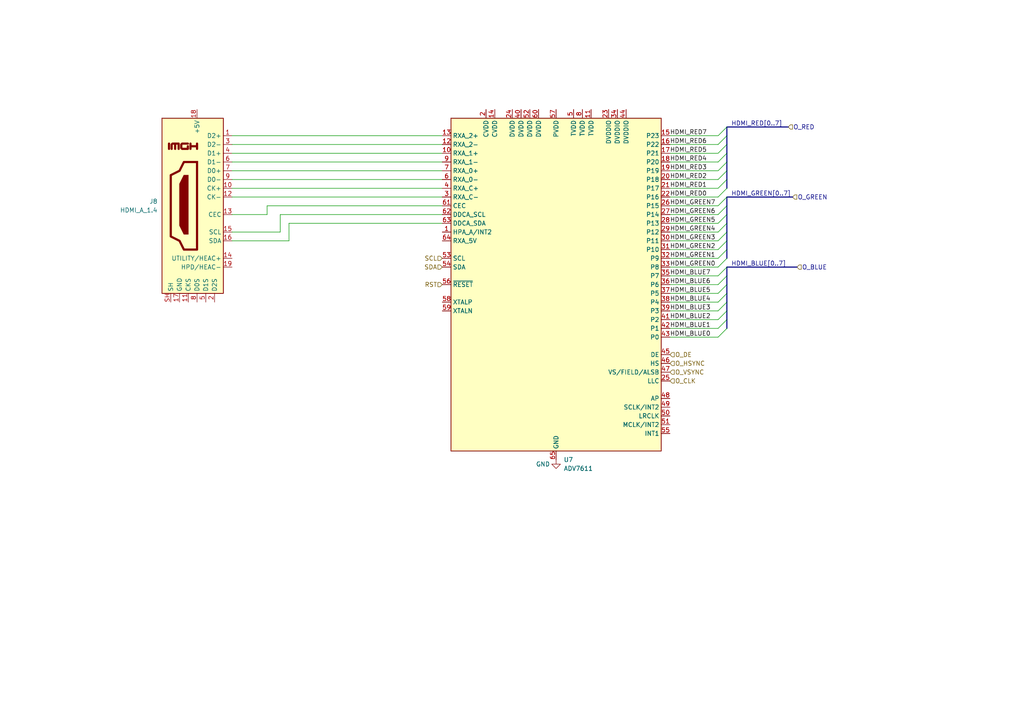
<source format=kicad_sch>
(kicad_sch (version 20230121) (generator eeschema)
  (paper "A4")
  (lib_symbols
    (symbol "Connector:HDMI_A_1.4"
      (property "Reference" "J" (at -6.35 26.67 0))
      (property "Value" "HDMI_A_1.4" (at 10.16 26.67 0))
      (symbol "HDMI_A_1.4_0_0"
        (polyline (pts (xy 8.128 16.51) (xy 8.128 18.034)) (stroke (width 0.635)))
        (polyline (pts (xy 0 16.51) (xy 0 18.034) (xy 0 17.272) (xy 1.905 17.272) (xy 1.905 18.034) (xy 1.905 16.51)) (stroke (width 0.635)))
        (polyline (pts (xy 2.667 18.034) (xy 4.318 18.034) (xy 4.572 17.78) (xy 4.572 16.764) (xy 4.318 16.51) (xy 2.667 16.51) (xy 2.667 17.272)) (stroke (width 0.635)))
      )
      (symbol "HDMI_A_1.4_0_1"
        (rectangle (start -7.62 25.4) (end 10.16 -25.4) (stroke (width 0.254)) (fill (type background)))
        (polyline (pts (xy 2.54 8.89) (xy 3.81 8.89) (xy 5.08 6.35) (xy 5.08 -5.715) (xy 3.81 -8.255) (xy 2.54 -8.255) (xy 2.54 8.89)) (fill (type outline)))
        (polyline (pts (xy 5.334 16.51) (xy 5.334 18.034) (xy 6.35 18.034) (xy 6.35 16.51) (xy 6.35 18.034) (xy 7.112 18.034) (xy 7.366 17.78) (xy 7.366 16.51)) (stroke (width 0.635)))
        (polyline (pts (xy 0 12.7) (xy 0 -12.7) (xy 3.81 -12.7) (xy 5.08 -10.16) (xy 7.62 -8.89) (xy 7.62 8.89) (xy 5.08 10.16) (xy 3.81 12.7) (xy 0 12.7)) (stroke (width 0.635)))
      )
      (symbol "HDMI_A_1.4_1_1"
        (pin passive line (at -10.16 20.32 0) (length 2.54) (name "D2+") (number "1"))
        (pin passive line (at -10.16 5.08 0) (length 2.54) (name "CK+") (number "10"))
        (pin power_in line (at 2.54 -27.94 90) (length 2.54) (name "CKS") (number "11"))
        (pin passive line (at -10.16 2.54 0) (length 2.54) (name "CK-") (number "12"))
        (pin bidirectional line (at -10.16 -2.54 0) (length 2.54) (name "CEC") (number "13"))
        (pin passive line (at -10.16 -15.24 0) (length 2.54) (name "UTILITY/HEAC+") (number "14"))
        (pin passive line (at -10.16 -7.62 0) (length 2.54) (name "SCL") (number "15"))
        (pin bidirectional line (at -10.16 -10.16 0) (length 2.54) (name "SDA") (number "16"))
        (pin power_in line (at 5.08 -27.94 90) (length 2.54) (name "GND") (number "17"))
        (pin power_in line (at 0 27.94 270) (length 2.54) (name "+5V") (number "18"))
        (pin passive line (at -10.16 -17.78 0) (length 2.54) (name "HPD/HEAC-") (number "19"))
        (pin power_in line (at -5.08 -27.94 90) (length 2.54) (name "D2S") (number "2"))
        (pin passive line (at -10.16 17.78 0) (length 2.54) (name "D2-") (number "3"))
        (pin passive line (at -10.16 15.24 0) (length 2.54) (name "D1+") (number "4"))
        (pin power_in line (at -2.54 -27.94 90) (length 2.54) (name "D1S") (number "5"))
        (pin passive line (at -10.16 12.7 0) (length 2.54) (name "D1-") (number "6"))
        (pin passive line (at -10.16 10.16 0) (length 2.54) (name "D0+") (number "7"))
        (pin power_in line (at 0 -27.94 90) (length 2.54) (name "D0S") (number "8"))
        (pin passive line (at -10.16 7.62 0) (length 2.54) (name "D0-") (number "9"))
        (pin passive line (at 7.62 -27.94 90) (length 2.54) (name "SH") (number "SH"))
      )
    )
    (symbol "Interface_HDMI:ADV7611"
      (property "Reference" "U" (at -30.48 49.53 0))
      (property "Value" "ADV7611" (at 30.48 49.53 0))
      (symbol "ADV7611_0_1"
        (rectangle (start -30.48 48.26) (end 30.48 -48.26) (stroke (width 0.254)) (fill (type background)))
      )
      (symbol "ADV7611_1_1"
        (pin bidirectional line (at -33.02 15.24 0) (length 2.54) (name "HPA_A/INT2") (number "1"))
        (pin input line (at -33.02 38.1 0) (length 2.54) (name "RXA_1+") (number "10"))
        (pin power_in line (at 10.16 50.8 270) (length 2.54) (name "TVDD") (number "11"))
        (pin input line (at -33.02 40.64 0) (length 2.54) (name "RXA_2-") (number "12"))
        (pin input line (at -33.02 43.18 0) (length 2.54) (name "RXA_2+") (number "13"))
        (pin power_in line (at -17.78 50.8 270) (length 2.54) (name "CVDD") (number "14"))
        (pin output line (at 33.02 43.18 180) (length 2.54) (name "P23") (number "15"))
        (pin output line (at 33.02 40.64 180) (length 2.54) (name "P22") (number "16"))
        (pin output line (at 33.02 38.1 180) (length 2.54) (name "P21") (number "17"))
        (pin output line (at 33.02 35.56 180) (length 2.54) (name "P20") (number "18"))
        (pin output line (at 33.02 33.02 180) (length 2.54) (name "P19") (number "19"))
        (pin power_in line (at -20.32 50.8 270) (length 2.54) (name "CVDD") (number "2"))
        (pin output line (at 33.02 30.48 180) (length 2.54) (name "P18") (number "20"))
        (pin output line (at 33.02 27.94 180) (length 2.54) (name "P17") (number "21"))
        (pin output line (at 33.02 25.4 180) (length 2.54) (name "P16") (number "22"))
        (pin power_in line (at 15.24 50.8 270) (length 2.54) (name "DVDDIO") (number "23"))
        (pin power_in line (at -12.7 50.8 270) (length 2.54) (name "DVDD") (number "24"))
        (pin output line (at 33.02 -27.94 180) (length 2.54) (name "LLC") (number "25"))
        (pin output line (at 33.02 22.86 180) (length 2.54) (name "P15") (number "26"))
        (pin output line (at 33.02 20.32 180) (length 2.54) (name "P14") (number "27"))
        (pin output line (at 33.02 17.78 180) (length 2.54) (name "P13") (number "28"))
        (pin output line (at 33.02 15.24 180) (length 2.54) (name "P12") (number "29"))
        (pin input line (at -33.02 25.4 0) (length 2.54) (name "RXA_C-") (number "3"))
        (pin output line (at 33.02 12.7 180) (length 2.54) (name "P11") (number "30"))
        (pin output line (at 33.02 10.16 180) (length 2.54) (name "P10") (number "31"))
        (pin output line (at 33.02 7.62 180) (length 2.54) (name "P9") (number "32"))
        (pin output line (at 33.02 5.08 180) (length 2.54) (name "P8") (number "33"))
        (pin power_in line (at 17.78 50.8 270) (length 2.54) (name "DVDDIO") (number "34"))
        (pin output line (at 33.02 2.54 180) (length 2.54) (name "P7") (number "35"))
        (pin output line (at 33.02 0 180) (length 2.54) (name "P6") (number "36"))
        (pin output line (at 33.02 -2.54 180) (length 2.54) (name "P5") (number "37"))
        (pin output line (at 33.02 -5.08 180) (length 2.54) (name "P4") (number "38"))
        (pin output line (at 33.02 -7.62 180) (length 2.54) (name "P3") (number "39"))
        (pin input line (at -33.02 27.94 0) (length 2.54) (name "RXA_C+") (number "4"))
        (pin power_in line (at -10.16 50.8 270) (length 2.54) (name "DVDD") (number "40"))
        (pin output line (at 33.02 -10.16 180) (length 2.54) (name "P2") (number "41"))
        (pin output line (at 33.02 -12.7 180) (length 2.54) (name "P1") (number "42"))
        (pin output line (at 33.02 -15.24 180) (length 2.54) (name "P0") (number "43"))
        (pin power_in line (at 20.32 50.8 270) (length 2.54) (name "DVDDIO") (number "44"))
        (pin output line (at 33.02 -20.32 180) (length 2.54) (name "DE") (number "45"))
        (pin output line (at 33.02 -22.86 180) (length 2.54) (name "HS") (number "46"))
        (pin bidirectional line (at 33.02 -25.4 180) (length 2.54) (name "VS/FIELD/ALSB") (number "47"))
        (pin output line (at 33.02 -33.02 180) (length 2.54) (name "AP") (number "48"))
        (pin output line (at 33.02 -35.56 180) (length 2.54) (name "SCLK/INT2") (number "49"))
        (pin power_in line (at 5.08 50.8 270) (length 2.54) (name "TVDD") (number "5"))
        (pin output line (at 33.02 -38.1 180) (length 2.54) (name "LRCLK") (number "50"))
        (pin output line (at 33.02 -40.64 180) (length 2.54) (name "MCLK/INT2") (number "51"))
        (pin power_in line (at -7.62 50.8 270) (length 2.54) (name "DVDD") (number "52"))
        (pin input line (at -33.02 7.62 0) (length 2.54) (name "SCL") (number "53"))
        (pin bidirectional line (at -33.02 5.08 0) (length 2.54) (name "SDA") (number "54"))
        (pin output line (at 33.02 -43.18 180) (length 2.54) (name "INT1") (number "55"))
        (pin input line (at -33.02 0 0) (length 2.54) (name "~{RESET}") (number "56"))
        (pin power_in line (at 0 50.8 270) (length 2.54) (name "PVDD") (number "57"))
        (pin input line (at -33.02 -5.08 0) (length 2.54) (name "XTALP") (number "58"))
        (pin input line (at -33.02 -7.62 0) (length 2.54) (name "XTALN") (number "59"))
        (pin input line (at -33.02 30.48 0) (length 2.54) (name "RXA_0-") (number "6"))
        (pin power_in line (at -5.08 50.8 270) (length 2.54) (name "DVDD") (number "60"))
        (pin bidirectional line (at -33.02 22.86 0) (length 2.54) (name "CEC") (number "61"))
        (pin input line (at -33.02 20.32 0) (length 2.54) (name "DDCA_SCL") (number "62"))
        (pin bidirectional line (at -33.02 17.78 0) (length 2.54) (name "DDCA_SDA") (number "63"))
        (pin input line (at -33.02 12.7 0) (length 2.54) (name "RXA_5V") (number "64"))
        (pin power_in line (at 0 -50.8 90) (length 2.54) (name "GND") (number "65"))
        (pin input line (at -33.02 33.02 0) (length 2.54) (name "RXA_0+") (number "7"))
        (pin power_in line (at 7.62 50.8 270) (length 2.54) (name "TVDD") (number "8"))
        (pin input line (at -33.02 35.56 0) (length 2.54) (name "RXA_1-") (number "9"))
      )
    )
    (symbol "power:GND" (power) (pin_names (offset 0))
      (property "Value" "GND" (at 0 -3.81 0))
      (symbol "GND_0_1"
        (polyline (pts (xy 0 0) (xy 0 -1.27) (xy 1.27 -1.27) (xy 0 -2.54) (xy -1.27 -1.27) (xy 0 -1.27)))
      )
      (symbol "GND_1_1"
        (pin power_in line (at 0 0 270) (length 0) hide (name "GND") (number "1"))
      )
    )
  )
  (bus_entry (at 210.82 92.71) (size -2.54 2.54))
  (bus_entry (at 210.82 39.37) (size -2.54 2.54))
  (bus_entry (at 210.82 54.61) (size -2.54 2.54))
  (bus_entry (at 210.82 87.63) (size -2.54 2.54))
  (bus_entry (at 210.82 46.99) (size -2.54 2.54))
  (bus_entry (at 210.82 41.91) (size -2.54 2.54))
  (bus_entry (at 210.82 52.07) (size -2.54 2.54))
  (bus_entry (at 210.82 57.15) (size -2.54 2.54))
  (bus_entry (at 210.82 62.23) (size -2.54 2.54))
  (bus_entry (at 210.82 49.53) (size -2.54 2.54))
  (bus_entry (at 210.82 67.31) (size -2.54 2.54))
  (bus_entry (at 210.82 77.47) (size -2.54 2.54))
  (bus_entry (at 210.82 90.17) (size -2.54 2.54))
  (bus_entry (at 210.82 69.85) (size -2.54 2.54))
  (bus_entry (at 210.82 85.09) (size -2.54 2.54))
  (bus_entry (at 210.82 44.45) (size -2.54 2.54))
  (bus_entry (at 210.82 95.25) (size -2.54 2.54))
  (bus_entry (at 210.82 80.01) (size -2.54 2.54))
  (bus_entry (at 210.82 82.55) (size -2.54 2.54))
  (bus_entry (at 210.82 72.39) (size -2.54 2.54))
  (bus_entry (at 210.82 36.83) (size -2.54 2.54))
  (bus_entry (at 210.82 59.69) (size -2.54 2.54))
  (bus_entry (at 210.82 64.77) (size -2.54 2.54))
  (bus_entry (at 210.82 74.93) (size -2.54 2.54))
  (wire (pts (xy 194.31 69.85) (xy 208.28 69.85)))
  (bus (pts (xy 210.82 59.69) (xy 210.82 62.23)))
  (wire (pts (xy 67.31 52.07) (xy 128.27 52.07)))
  (wire (pts (xy 194.31 92.71) (xy 208.28 92.71)))
  (wire (pts (xy 67.31 46.99) (xy 128.27 46.99)))
  (wire (pts (xy 194.31 80.01) (xy 208.28 80.01)))
  (bus (pts (xy 210.82 36.83) (xy 228.6 36.83)))
  (wire (pts (xy 194.31 54.61) (xy 208.28 54.61)))
  (bus (pts (xy 210.82 92.71) (xy 210.82 95.25)))
  (bus (pts (xy 210.82 64.77) (xy 210.82 67.31)))
  (bus (pts (xy 210.82 57.15) (xy 210.82 59.69)))
  (wire (pts (xy 194.31 95.25) (xy 208.28 95.25)))
  (wire (pts (xy 77.47 59.69) (xy 128.27 59.69)))
  (wire (pts (xy 194.31 97.79) (xy 208.28 97.79)))
  (wire (pts (xy 83.82 69.85) (xy 83.82 64.77)))
  (wire (pts (xy 67.31 57.15) (xy 128.27 57.15)))
  (wire (pts (xy 194.31 57.15) (xy 208.28 57.15)))
  (bus (pts (xy 210.82 82.55) (xy 210.82 85.09)))
  (wire (pts (xy 83.82 64.77) (xy 128.27 64.77)))
  (wire (pts (xy 194.31 67.31) (xy 208.28 67.31)))
  (wire (pts (xy 81.28 67.31) (xy 81.28 62.23)))
  (bus (pts (xy 210.82 62.23) (xy 210.82 64.77)))
  (bus (pts (xy 210.82 44.45) (xy 210.82 46.99)))
  (bus (pts (xy 210.82 90.17) (xy 210.82 92.71)))
  (bus (pts (xy 210.82 72.39) (xy 210.82 74.93)))
  (wire (pts (xy 194.31 77.47) (xy 208.28 77.47)))
  (wire (pts (xy 194.31 49.53) (xy 208.28 49.53)))
  (bus (pts (xy 210.82 36.83) (xy 210.82 39.37)))
  (wire (pts (xy 194.31 64.77) (xy 208.28 64.77)))
  (bus (pts (xy 210.82 80.01) (xy 210.82 82.55)))
  (wire (pts (xy 194.31 82.55) (xy 208.28 82.55)))
  (wire (pts (xy 194.31 87.63) (xy 208.28 87.63)))
  (wire (pts (xy 67.31 69.85) (xy 83.82 69.85)))
  (wire (pts (xy 194.31 90.17) (xy 208.28 90.17)))
  (wire (pts (xy 67.31 44.45) (xy 128.27 44.45)))
  (wire (pts (xy 194.31 85.09) (xy 208.28 85.09)))
  (bus (pts (xy 231.14 77.47) (xy 210.82 77.47)))
  (wire (pts (xy 67.31 54.61) (xy 128.27 54.61)))
  (wire (pts (xy 194.31 41.91) (xy 208.28 41.91)))
  (bus (pts (xy 210.82 67.31) (xy 210.82 69.85)))
  (wire (pts (xy 67.31 67.31) (xy 81.28 67.31)))
  (bus (pts (xy 210.82 69.85) (xy 210.82 72.39)))
  (wire (pts (xy 194.31 46.99) (xy 208.28 46.99)))
  (wire (pts (xy 194.31 72.39) (xy 208.28 72.39)))
  (wire (pts (xy 77.47 62.23) (xy 77.47 59.69)))
  (wire (pts (xy 194.31 39.37) (xy 208.28 39.37)))
  (bus (pts (xy 210.82 85.09) (xy 210.82 87.63)))
  (bus (pts (xy 210.82 87.63) (xy 210.82 90.17)))
  (bus (pts (xy 210.82 41.91) (xy 210.82 44.45)))
  (wire (pts (xy 194.31 74.93) (xy 208.28 74.93)))
  (wire (pts (xy 67.31 62.23) (xy 77.47 62.23)))
  (wire (pts (xy 67.31 49.53) (xy 128.27 49.53)))
  (wire (pts (xy 67.31 41.91) (xy 128.27 41.91)))
  (wire (pts (xy 194.31 44.45) (xy 208.28 44.45)))
  (bus (pts (xy 210.82 77.47) (xy 210.82 80.01)))
  (wire (pts (xy 67.31 39.37) (xy 128.27 39.37)))
  (bus (pts (xy 210.82 52.07) (xy 210.82 54.61)))
  (wire (pts (xy 81.28 62.23) (xy 128.27 62.23)))
  (wire (pts (xy 194.31 62.23) (xy 208.28 62.23)))
  (bus (pts (xy 210.82 49.53) (xy 210.82 52.07)))
  (wire (pts (xy 194.31 59.69) (xy 208.28 59.69)))
  (bus (pts (xy 229.87 57.15) (xy 210.82 57.15)))
  (bus (pts (xy 210.82 46.99) (xy 210.82 49.53)))
  (wire (pts (xy 194.31 52.07) (xy 208.28 52.07)))
  (bus (pts (xy 210.82 39.37) (xy 210.82 41.91)))
  (label "HDMI_GREEN5" (at 194.31 64.77 0))
  (label "HDMI_RED2" (at 194.31 52.07 0))
  (label "HDMI_GREEN4" (at 194.31 67.31 0))
  (label "HDMI_RED4" (at 194.31 46.99 0))
  (label "HDMI_BLUE1" (at 194.31 95.25 0))
  (label "HDMI_GREEN6" (at 194.31 62.23 0))
  (label "HDMI_BLUE[0..7]" (at 212.09 77.47 0))
  (label "HDMI_RED0" (at 194.31 57.15 0))
  (label "HDMI_RED1" (at 194.31 54.61 0))
  (label "HDMI_GREEN1" (at 194.31 74.93 0))
  (label "HDMI_RED6" (at 194.31 41.91 0))
  (label "HDMI_RED7" (at 194.31 39.37 0))
  (label "HDMI_RED[0..7]" (at 212.09 36.83 0))
  (label "HDMI_GREEN0" (at 194.31 77.47 0))
  (label "HDMI_BLUE2" (at 194.31 92.71 0))
  (label "HDMI_BLUE5" (at 194.31 85.09 0))
  (label "HDMI_GREEN3" (at 194.31 69.85 0))
  (label "HDMI_BLUE6" (at 194.31 82.55 0))
  (label "HDMI_RED5" (at 194.31 44.45 0))
  (label "HDMI_GREEN2" (at 194.31 72.39 0))
  (label "HDMI_GREEN7" (at 194.31 59.69 0))
  (label "HDMI_BLUE7" (at 194.31 80.01 0))
  (label "HDMI_GREEN[0..7]" (at 212.09 57.15 0))
  (label "HDMI_BLUE4" (at 194.31 87.63 0))
  (label "HDMI_RED3" (at 194.31 49.53 0))
  (label "HDMI_BLUE0" (at 194.31 97.79 0))
  (label "HDMI_BLUE3" (at 194.31 90.17 0))
  (hierarchical_label "O_BLUE" (shape input) (at 231.14 77.47 0))
  (hierarchical_label "SCL" (shape input) (at 128.27 74.93 180))
  (hierarchical_label "O_DE" (shape input) (at 194.31 102.87 0))
  (hierarchical_label "O_HSYNC" (shape input) (at 194.31 105.41 0))
  (hierarchical_label "O_CLK" (shape input) (at 194.31 110.49 0))
  (hierarchical_label "O_GREEN" (shape input) (at 229.87 57.15 0))
  (hierarchical_label "O_RED" (shape input) (at 228.6 36.83 0))
  (hierarchical_label "O_VSYNC" (shape input) (at 194.31 107.95 0))
  (hierarchical_label "RST" (shape input) (at 128.27 82.55 180))
  (hierarchical_label "SDA" (shape input) (at 128.27 77.47 180))
  (symbol (lib_id "Interface_HDMI:ADV7611") (at 161.29 82.55 0) (unit 1)
    (property "Reference" "U7" (at 163.4841 133.35 0) (effects (justify left)))
    (property "Value" "ADV7611" (at 163.4841 135.89 0) (effects (justify left)))
    (property "Footprint" "Package_QFP:LQFP-64-1EP_10x10mm_P0.5mm_EP5x5mm" (effects hide))
    (property "Datasheet" "https://www.analog.com/media/en/technical-documentation/data-sheets/adv7611.pdf" (effects hide))
  )
  (symbol (lib_id "Connector:HDMI_A_1.4") (at 57.15 59.69 0) (mirror y) (unit 1)
    (property "Reference" "J8" (at 45.72 58.42 0) (effects (justify left)))
    (property "Value" "HDMI_A_1.4" (at 45.72 60.96 0) (effects (justify left)))
    (property "Footprint" "Connector_HDMI:HDMI_A_Molex_208658-1001_Horizontal" (effects hide))
    (property "Datasheet" "https://en.wikipedia.org/wiki/HDMI" (effects hide))
  )
  (symbol (lib_id "power:GND") (at 161.29 133.35 0) (unit 1)
    (property "Reference" "#PWR044" (effects hide))
    (property "Value" "GND" (at 157.48 134.62 0))
  )
)
</source>
